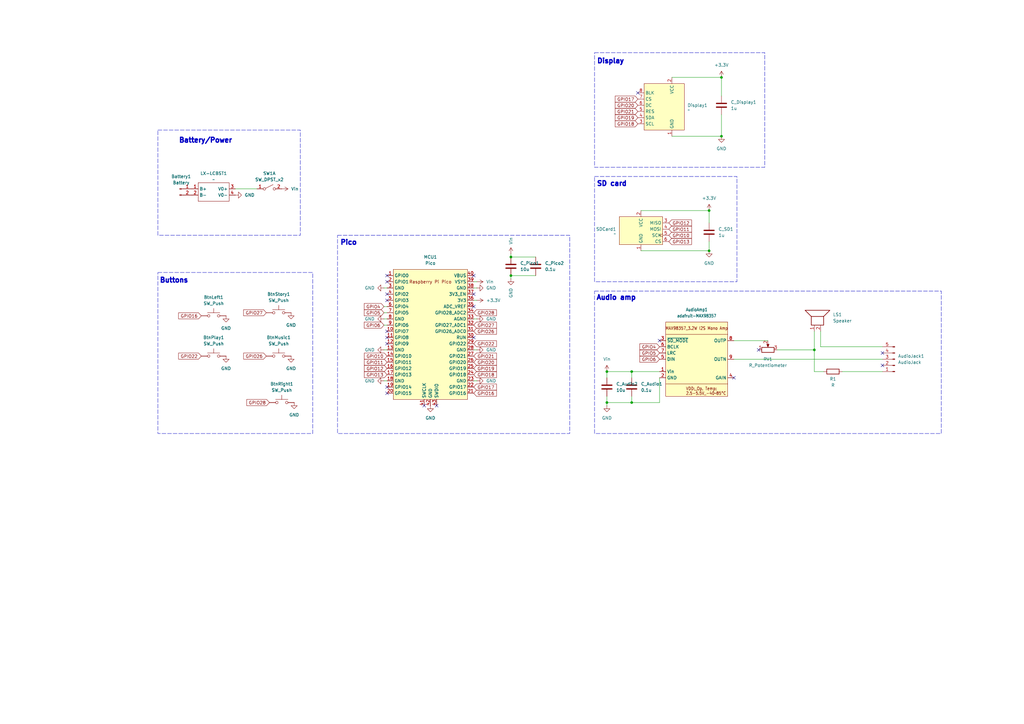
<source format=kicad_sch>
(kicad_sch (version 20231120) (generator "eeschema") (generator_version "8.0")
  (paper "A3")
  (lib_symbols
    (symbol "AZDelivery_SDCard:AZDelivery_SDCard"
      (property "Reference" "U" (at -7.112 -0.254 0))
      (symbol "AZDelivery_SDCard_1_1"
        (rectangle (start -8.89 -2.54) (end 8.89 -13.97) (fill (type background)))
        (pin power_in line (at 0 -16.51 90) (length 2.54) (name "GND") (number "1"))
        (pin power_in line (at 0 0 270) (length 2.54) (name "VCC") (number "2"))
        (pin bidirectional line (at 11.43 -5.08 180) (length 2.54) (name "MISO") (number "3"))
        (pin bidirectional line (at 11.43 -7.62 180) (length 2.54) (name "MOSI") (number "4"))
        (pin bidirectional clock (at 11.43 -10.16 180) (length 2.54) (name "SCK") (number "5"))
        (pin bidirectional line (at 11.43 -12.7 180) (length 2.54) (name "CS") (number "6"))
      )
    )
    (symbol "BatteryChargingModule_LX-LCBST:LX-LCBST"
      (property "Reference" "LX-LCBST" (at -0.508 5.842 0))
      (symbol "LX-LCBST_0_1"
        (rectangle (start -6.35 3.81) (end 6.35 -3.81))
      )
      (symbol "LX-LCBST_1_1"
        (pin power_in line (at -8.89 1.27 0) (length 2.54) (name "B+") (number "1"))
        (pin power_out line (at -8.89 -1.27 0) (length 2.54) (name "B-") (number "2"))
        (pin power_out line (at 8.89 1.27 180) (length 2.54) (name "V0+") (number "3"))
        (pin power_out line (at 8.89 -1.27 180) (length 2.54) (name "V0-") (number "4"))
      )
    )
    (symbol "Connector:Conn_01x02_Pin" (pin_names (offset 1.016) hide)
      (property "Reference" "J" (at 0 2.54 0))
      (property "Value" "Conn_01x02_Pin" (at 0 -5.08 0))
      (symbol "Conn_01x02_Pin_1_1"
        (polyline (pts (xy 1.27 -2.54) (xy 0.8636 -2.54)) (stroke (width 0.1524)))
        (polyline (pts (xy 1.27 0) (xy 0.8636 0)) (stroke (width 0.1524)))
        (rectangle (start 0.8636 -2.413) (end 0 -2.667) (stroke (width 0.1524)) (fill (type outline)))
        (rectangle (start 0.8636 0.127) (end 0 -0.127) (stroke (width 0.1524)) (fill (type outline)))
        (pin passive line (at 5.08 0 180) (length 3.81) (name "Pin_1") (number "1"))
        (pin passive line (at 5.08 -2.54 180) (length 3.81) (name "Pin_2") (number "2"))
      )
    )
    (symbol "Connector:Conn_01x05_Pin" (pin_names (offset 1.016) hide)
      (property "Reference" "J" (at 0 7.62 0))
      (property "Value" "Conn_01x05_Pin" (at 0 -7.62 0))
      (symbol "Conn_01x05_Pin_1_1"
        (polyline (pts (xy 1.27 -5.08) (xy 0.8636 -5.08)) (stroke (width 0.1524)))
        (polyline (pts (xy 1.27 -2.54) (xy 0.8636 -2.54)) (stroke (width 0.1524)))
        (polyline (pts (xy 1.27 0) (xy 0.8636 0)) (stroke (width 0.1524)))
        (polyline (pts (xy 1.27 2.54) (xy 0.8636 2.54)) (stroke (width 0.1524)))
        (polyline (pts (xy 1.27 5.08) (xy 0.8636 5.08)) (stroke (width 0.1524)))
        (rectangle (start 0.8636 -4.953) (end 0 -5.207) (stroke (width 0.1524)) (fill (type outline)))
        (rectangle (start 0.8636 -2.413) (end 0 -2.667) (stroke (width 0.1524)) (fill (type outline)))
        (rectangle (start 0.8636 0.127) (end 0 -0.127) (stroke (width 0.1524)) (fill (type outline)))
        (rectangle (start 0.8636 2.667) (end 0 2.413) (stroke (width 0.1524)) (fill (type outline)))
        (rectangle (start 0.8636 5.207) (end 0 4.953) (stroke (width 0.1524)) (fill (type outline)))
        (pin passive line (at 5.08 5.08 180) (length 3.81) (name "Pin_1") (number "1"))
        (pin passive line (at 5.08 2.54 180) (length 3.81) (name "Pin_2") (number "2"))
        (pin passive line (at 5.08 0 180) (length 3.81) (name "Pin_3") (number "3"))
        (pin passive line (at 5.08 -2.54 180) (length 3.81) (name "Pin_4") (number "4"))
        (pin passive line (at 5.08 -5.08 180) (length 3.81) (name "Pin_5") (number "5"))
      )
    )
    (symbol "Device:C" (pin_numbers hide) (pin_names (offset 0.254))
      (property "Reference" "C" (at 0.635 2.54 0))
      (property "Value" "C" (at 0.635 -2.54 0))
      (symbol "C_0_1"
        (polyline (pts (xy -2.032 -0.762) (xy 2.032 -0.762)) (stroke (width 0.508)))
        (polyline (pts (xy -2.032 0.762) (xy 2.032 0.762)) (stroke (width 0.508)))
      )
      (symbol "C_1_1"
        (pin passive line (at 0 3.81 270) (length 2.794) (name "~") (number "1"))
        (pin passive line (at 0 -3.81 90) (length 2.794) (name "~") (number "2"))
      )
    )
    (symbol "Device:R" (pin_numbers hide) (pin_names (offset 0))
      (property "Reference" "R" (at 2.032 0 90))
      (property "Value" "R" (at 0 0 90))
      (symbol "R_0_1"
        (rectangle (start -1.016 -2.54) (end 1.016 2.54) (stroke (width 0.254)))
      )
      (symbol "R_1_1"
        (pin passive line (at 0 3.81 270) (length 1.27) (name "~") (number "1"))
        (pin passive line (at 0 -3.81 90) (length 1.27) (name "~") (number "2"))
      )
    )
    (symbol "Device:R_Potentiometer" (pin_names (offset 1.016) hide)
      (property "Reference" "RV" (at -4.445 0 90))
      (property "Value" "R_Potentiometer" (at -2.54 0 90))
      (symbol "R_Potentiometer_0_1"
        (polyline (pts (xy 2.54 0) (xy 1.524 0)))
        (polyline (pts (xy 1.143 0) (xy 2.286 0.508) (xy 2.286 -0.508) (xy 1.143 0)) (fill (type outline)))
        (rectangle (start 1.016 2.54) (end -1.016 -2.54) (stroke (width 0.254)))
      )
      (symbol "R_Potentiometer_1_1"
        (pin passive line (at 0 3.81 270) (length 1.27) (name "1") (number "1"))
        (pin passive line (at 3.81 0 180) (length 1.27) (name "2") (number "2"))
        (pin passive line (at 0 -3.81 90) (length 1.27) (name "3") (number "3"))
      )
    )
    (symbol "Device:Speaker" (pin_names (offset 0) hide)
      (property "Reference" "LS" (at 1.27 5.715 0))
      (property "Value" "Speaker" (at 1.27 3.81 0))
      (symbol "Speaker_0_0"
        (rectangle (start -2.54 1.27) (end 1.016 -3.81) (stroke (width 0.254)))
        (polyline (pts (xy 1.016 1.27) (xy 3.556 3.81) (xy 3.556 -6.35) (xy 1.016 -3.81)) (stroke (width 0.254)))
      )
      (symbol "Speaker_1_1"
        (pin input line (at -5.08 0 0) (length 2.54) (name "1") (number "1"))
        (pin input line (at -5.08 -2.54 0) (length 2.54) (name "2") (number "2"))
      )
    )
    (symbol "Display_135x240IPS:Display_135x240IPS"
      (property "Reference" "U" (at -242.062 139.192 0))
      (symbol "Display_135x240IPS_1_1"
        (rectangle (start -245.11 137.16) (end -228.6 118.11) (fill (type background)))
        (pin power_in line (at -233.68 115.57 90) (length 2.54) (name "GND") (number "1"))
        (pin power_in line (at -233.68 139.7 270) (length 2.54) (name "VCC") (number "2"))
        (pin bidirectional line (at -247.65 120.65 0) (length 2.54) (name "SCL") (number "3"))
        (pin bidirectional line (at -247.65 123.19 0) (length 2.54) (name "SDA") (number "4"))
        (pin bidirectional line (at -247.65 125.73 0) (length 2.54) (name "RES") (number "5"))
        (pin bidirectional line (at -247.65 128.27 0) (length 2.54) (name "DC") (number "6"))
        (pin bidirectional line (at -247.65 130.81 0) (length 2.54) (name "CS") (number "7"))
        (pin bidirectional line (at -247.65 133.35 0) (length 2.54) (name "BLK") (number "8"))
      )
    )
    (symbol "MCU_RaspberryPi_and_Boards:Pico"
      (property "Reference" "U" (at -13.97 27.94 0))
      (property "Value" "Pico" (at 0 19.05 0))
      (symbol "Pico_0_0"
        (text "Raspberry Pi Pico" (at 0 21.59 0) (effects (font (size 1.27 1.27))))
      )
      (symbol "Pico_0_1"
        (rectangle (start -15.24 26.67) (end 15.24 -26.67) (fill (type background)))
      )
      (symbol "Pico_1_1"
        (pin bidirectional line (at -17.78 24.13 0) (length 2.54) (name "GPIO0") (number "1"))
        (pin bidirectional line (at -17.78 1.27 0) (length 2.54) (name "GPIO7") (number "10"))
        (pin bidirectional line (at -17.78 -1.27 0) (length 2.54) (name "GPIO8") (number "11"))
        (pin bidirectional line (at -17.78 -3.81 0) (length 2.54) (name "GPIO9") (number "12"))
        (pin power_in line (at -17.78 -6.35 0) (length 2.54) (name "GND") (number "13"))
        (pin bidirectional line (at -17.78 -8.89 0) (length 2.54) (name "GPIO10") (number "14"))
        (pin bidirectional line (at -17.78 -11.43 0) (length 2.54) (name "GPIO11") (number "15"))
        (pin bidirectional line (at -17.78 -13.97 0) (length 2.54) (name "GPIO12") (number "16"))
        (pin bidirectional line (at -17.78 -16.51 0) (length 2.54) (name "GPIO13") (number "17"))
        (pin power_in line (at -17.78 -19.05 0) (length 2.54) (name "GND") (number "18"))
        (pin bidirectional line (at -17.78 -21.59 0) (length 2.54) (name "GPIO14") (number "19"))
        (pin bidirectional line (at -17.78 21.59 0) (length 2.54) (name "GPIO1") (number "2"))
        (pin bidirectional line (at -17.78 -24.13 0) (length 2.54) (name "GPIO15") (number "20"))
        (pin bidirectional line (at 17.78 -24.13 180) (length 2.54) (name "GPIO16") (number "21"))
        (pin bidirectional line (at 17.78 -21.59 180) (length 2.54) (name "GPIO17") (number "22"))
        (pin power_in line (at 17.78 -19.05 180) (length 2.54) (name "GND") (number "23"))
        (pin bidirectional line (at 17.78 -16.51 180) (length 2.54) (name "GPIO18") (number "24"))
        (pin bidirectional line (at 17.78 -13.97 180) (length 2.54) (name "GPIO19") (number "25"))
        (pin bidirectional line (at 17.78 -11.43 180) (length 2.54) (name "GPIO20") (number "26"))
        (pin bidirectional line (at 17.78 -8.89 180) (length 2.54) (name "GPIO21") (number "27"))
        (pin power_in line (at 17.78 -6.35 180) (length 2.54) (name "GND") (number "28"))
        (pin bidirectional line (at 17.78 -3.81 180) (length 2.54) (name "GPIO22") (number "29"))
        (pin power_in line (at -17.78 19.05 0) (length 2.54) (name "GND") (number "3"))
        (pin input line (at 17.78 -1.27 180) (length 2.54) (name "RUN") (number "30"))
        (pin bidirectional line (at 17.78 1.27 180) (length 2.54) (name "GPIO26_ADC0") (number "31"))
        (pin bidirectional line (at 17.78 3.81 180) (length 2.54) (name "GPIO27_ADC1") (number "32"))
        (pin power_in line (at 17.78 6.35 180) (length 2.54) (name "AGND") (number "33"))
        (pin bidirectional line (at 17.78 8.89 180) (length 2.54) (name "GPIO28_ADC2") (number "34"))
        (pin power_in line (at 17.78 11.43 180) (length 2.54) (name "ADC_VREF") (number "35"))
        (pin power_out line (at 17.78 13.97 180) (length 2.54) (name "3V3") (number "36"))
        (pin input line (at 17.78 16.51 180) (length 2.54) (name "3V3_EN") (number "37"))
        (pin power_in line (at 17.78 19.05 180) (length 2.54) (name "GND") (number "38"))
        (pin power_in line (at 17.78 21.59 180) (length 2.54) (name "VSYS") (number "39"))
        (pin bidirectional line (at -17.78 16.51 0) (length 2.54) (name "GPIO2") (number "4"))
        (pin power_in line (at 17.78 24.13 180) (length 2.54) (name "VBUS") (number "40"))
        (pin input line (at -2.54 -29.21 90) (length 2.54) (name "SWCLK") (number "41"))
        (pin power_in line (at 0 -29.21 90) (length 2.54) (name "GND") (number "42"))
        (pin bidirectional line (at 2.54 -29.21 90) (length 2.54) (name "SWDIO") (number "43"))
        (pin bidirectional line (at -17.78 13.97 0) (length 2.54) (name "GPIO3") (number "5"))
        (pin bidirectional line (at -17.78 11.43 0) (length 2.54) (name "GPIO4") (number "6"))
        (pin bidirectional line (at -17.78 8.89 0) (length 2.54) (name "GPIO5") (number "7"))
        (pin power_in line (at -17.78 6.35 0) (length 2.54) (name "GND") (number "8"))
        (pin bidirectional line (at -17.78 3.81 0) (length 2.54) (name "GPIO6") (number "9"))
      )
    )
    (symbol "Switch:SW_DPST_x2" (pin_names (offset 0) hide)
      (property "Reference" "SW" (at 0 3.175 0))
      (property "Value" "SW_DPST_x2" (at 0 -2.54 0))
      (symbol "SW_DPST_x2_0_0"
        (circle (center -2.032 0) (radius 0.508))
        (polyline (pts (xy -1.524 0.254) (xy 1.524 1.778)))
        (circle (center 2.032 0) (radius 0.508))
      )
      (symbol "SW_DPST_x2_1_1"
        (pin passive line (at -5.08 0 0) (length 2.54) (name "A") (number "1"))
        (pin passive line (at 5.08 0 180) (length 2.54) (name "B") (number "2"))
      )
      (symbol "SW_DPST_x2_2_1"
        (pin passive line (at -5.08 0 0) (length 2.54) (name "A") (number "3"))
        (pin passive line (at 5.08 0 180) (length 2.54) (name "B") (number "4"))
      )
    )
    (symbol "Switch:SW_Push" (pin_numbers hide) (pin_names (offset 1.016) hide)
      (property "Reference" "SW" (at 1.27 2.54 0))
      (property "Value" "SW_Push" (at 0 -1.524 0))
      (symbol "SW_Push_0_1"
        (circle (center -2.032 0) (radius 0.508))
        (polyline (pts (xy 0 1.27) (xy 0 3.048)))
        (polyline (pts (xy 2.54 1.27) (xy -2.54 1.27)))
        (circle (center 2.032 0) (radius 0.508))
        (pin passive line (at -5.08 0 0) (length 2.54) (name "1") (number "1"))
        (pin passive line (at 5.08 0 180) (length 2.54) (name "2") (number "2"))
      )
    )
    (symbol "adafruit-MAX98357:adafruit-MAX98357"
      (property "Reference" "U" (at -12.7 15.875 0))
      (property "Value" "adafruit-MAX98357" (at -12.7 -17.78 0))
      (symbol "adafruit-MAX98357_0_1"
        (rectangle (start -12.7 15.24) (end 12.7 -15.24) (fill (type background)))
      )
      (symbol "adafruit-MAX98357_1_0"
        (polyline (pts (xy -12.7 10.16) (xy 12.7 10.16)))
        (polyline (pts (xy 12.7 -10.16) (xy -12.7 -10.16)))
        (text "2.5-5.5V_-40~85°C" (at -4.445 -13.97 0) (effects (font (size 1.27 1.0795)) (justify left)))
        (text "MAX98357_3.2W I2S Mono Amp" (at 0 12.7 0) (effects (font (size 1.27 1.0795))))
        (text "VDD:_Op. Temp:" (at -4.445 -12.065 0) (effects (font (size 1.27 1.0795)) (justify left)))
        (pin power_in line (at -15.24 -5.08 0) (length 2.54) (name "Vin") (number "1"))
        (pin power_in line (at -15.24 -7.62 0) (length 2.54) (name "GND") (number "2"))
        (pin bidirectional line (at -15.24 7.62 0) (length 2.54) (name "~{SD_MODE}") (number "3"))
        (pin bidirectional line (at 15.24 -7.62 180) (length 2.54) (name "GAIN") (number "4"))
        (pin bidirectional line (at -15.24 0 0) (length 2.54) (name "DIN") (number "5"))
        (pin bidirectional line (at -15.24 5.08 0) (length 2.54) (name "BCLK") (number "6"))
        (pin bidirectional line (at -15.24 2.54 0) (length 2.54) (name "LRC") (number "7"))
        (pin output line (at 15.24 7.62 180) (length 2.54) (name "OUTP") (number "8"))
        (pin output line (at 15.24 0 180) (length 2.54) (name "OUTN") (number "9"))
      )
    )
    (symbol "power:+3.3V" (power) (pin_numbers hide) (pin_names (offset 0) hide)
      (property "Value" "+3.3V" (at 0 3.556 0))
      (symbol "+3.3V_0_1"
        (polyline (pts (xy -0.762 1.27) (xy 0 2.54)))
        (polyline (pts (xy 0 0) (xy 0 2.54)))
        (polyline (pts (xy 0 2.54) (xy 0.762 1.27)))
      )
      (symbol "+3.3V_1_1"
        (pin power_in line (at 0 0 90) (length 0) (name "~") (number "1"))
      )
    )
    (symbol "power:+5V" (power) (pin_numbers hide) (pin_names (offset 0) hide)
      (property "Value" "+5V" (at 0 3.556 0))
      (symbol "+5V_0_1"
        (polyline (pts (xy -0.762 1.27) (xy 0 2.54)))
        (polyline (pts (xy 0 0) (xy 0 2.54)))
        (polyline (pts (xy 0 2.54) (xy 0.762 1.27)))
      )
      (symbol "+5V_1_1"
        (pin power_in line (at 0 0 90) (length 0) (name "~") (number "1"))
      )
    )
    (symbol "power:GND" (power) (pin_numbers hide) (pin_names (offset 0) hide)
      (property "Value" "GND" (at 0 -3.81 0))
      (symbol "GND_0_1"
        (polyline (pts (xy 0 0) (xy 0 -1.27) (xy 1.27 -1.27) (xy 0 -2.54) (xy -1.27 -1.27) (xy 0 -1.27)))
      )
      (symbol "GND_1_1"
        (pin power_in line (at 0 0 270) (length 0) (name "~") (number "1"))
      )
    )
  )
  (junction (at 334.01 143.51))
  (junction (at 290.83 102.87))
  (junction (at 295.91 55.88))
  (junction (at 259.08 152.4))
  (junction (at 209.55 113.03))
  (junction (at 248.92 152.4))
  (junction (at 295.91 31.75))
  (junction (at 259.08 165.1))
  (junction (at 209.55 105.41))
  (junction (at 290.83 86.36))
  (junction (at 248.92 165.1))
  (no_connect (at 194.31 120.65))
  (no_connect (at 194.31 138.43))
  (no_connect (at 300.99 154.94))
  (no_connect (at 158.75 120.65))
  (no_connect (at 173.99 166.37))
  (no_connect (at 179.07 166.37))
  (no_connect (at 311.15 143.51))
  (no_connect (at 158.75 123.19))
  (no_connect (at 158.75 161.29))
  (no_connect (at 158.75 115.57))
  (no_connect (at 158.75 140.97))
  (no_connect (at 158.75 113.03))
  (no_connect (at 261.62 38.1))
  (no_connect (at 361.95 144.78))
  (no_connect (at 158.75 158.75))
  (no_connect (at 158.75 135.89))
  (no_connect (at 270.51 139.7))
  (no_connect (at 194.31 113.03))
  (no_connect (at 158.75 138.43))
  (no_connect (at 194.31 125.73))
  (no_connect (at 361.95 149.86))
  (wire (pts (xy 300.99 139.7) (xy 314.96 139.7)))
  (wire (pts (xy 318.77 143.51) (xy 334.01 143.51)))
  (wire (pts (xy 157.48 125.73) (xy 158.75 125.73)))
  (wire (pts (xy 336.55 142.24) (xy 361.95 142.24)))
  (wire (pts (xy 195.58 115.57) (xy 194.31 115.57)))
  (wire (pts (xy 157.48 128.27) (xy 158.75 128.27)))
  (wire (pts (xy 334.01 152.4) (xy 337.82 152.4)))
  (wire (pts (xy 262.89 86.36) (xy 290.83 86.36)))
  (wire (pts (xy 209.55 104.14) (xy 209.55 105.41)))
  (wire (pts (xy 259.08 162.56) (xy 259.08 165.1)))
  (wire (pts (xy 157.48 156.21) (xy 158.75 156.21)))
  (wire (pts (xy 248.92 152.4) (xy 248.92 154.94)))
  (wire (pts (xy 259.08 152.4) (xy 270.51 152.4)))
  (wire (pts (xy 295.91 39.37) (xy 295.91 31.75)))
  (wire (pts (xy 295.91 55.88) (xy 275.59 55.88)))
  (wire (pts (xy 195.58 118.11) (xy 194.31 118.11)))
  (wire (pts (xy 195.58 123.19) (xy 194.31 123.19)))
  (wire (pts (xy 248.92 152.4) (xy 259.08 152.4)))
  (wire (pts (xy 209.55 113.03) (xy 209.55 114.3)))
  (wire (pts (xy 275.59 31.75) (xy 295.91 31.75)))
  (wire (pts (xy 248.92 165.1) (xy 248.92 166.37)))
  (wire (pts (xy 157.48 130.81) (xy 158.75 130.81)))
  (wire (pts (xy 345.44 152.4) (xy 361.95 152.4)))
  (wire (pts (xy 209.55 113.03) (xy 219.71 113.03)))
  (wire (pts (xy 209.55 105.41) (xy 219.71 105.41)))
  (wire (pts (xy 295.91 46.99) (xy 295.91 55.88)))
  (wire (pts (xy 157.48 118.11) (xy 158.75 118.11)))
  (wire (pts (xy 270.51 165.1) (xy 270.51 154.94)))
  (wire (pts (xy 157.48 143.51) (xy 158.75 143.51)))
  (wire (pts (xy 290.83 86.36) (xy 290.83 91.44)))
  (wire (pts (xy 194.31 130.81) (xy 195.58 130.81)))
  (wire (pts (xy 290.83 99.06) (xy 290.83 102.87)))
  (wire (pts (xy 334.01 135.89) (xy 334.01 143.51)))
  (wire (pts (xy 195.58 143.51) (xy 194.31 143.51)))
  (wire (pts (xy 105.41 77.47) (xy 96.52 77.47)))
  (wire (pts (xy 300.99 147.32) (xy 361.95 147.32)))
  (wire (pts (xy 259.08 165.1) (xy 270.51 165.1)))
  (wire (pts (xy 195.58 156.21) (xy 194.31 156.21)))
  (wire (pts (xy 336.55 135.89) (xy 336.55 142.24)))
  (wire (pts (xy 248.92 165.1) (xy 259.08 165.1)))
  (wire (pts (xy 259.08 152.4) (xy 259.08 154.94)))
  (wire (pts (xy 290.83 102.87) (xy 262.89 102.87)))
  (wire (pts (xy 157.48 133.35) (xy 158.75 133.35)))
  (wire (pts (xy 334.01 143.51) (xy 334.01 152.4)))
  (wire (pts (xy 248.92 162.56) (xy 248.92 165.1)))
  (rectangle (start 243.84 119.38) (end 386.08 177.8) (stroke (width 0) (type dash)))
  (rectangle (start 243.84 72.39) (end 302.26 115.57) (stroke (width 0) (type dash)))
  (rectangle (start 64.77 53.34) (end 123.19 96.52) (stroke (width 0) (type dash)))
  (rectangle (start 64.77 111.76) (end 128.27 177.8) (stroke (width 0) (type dash)))
  (rectangle (start 243.84 21.59) (end 313.69 68.58) (stroke (width 0) (type dash)))
  (rectangle (start 138.43 96.52) (end 233.68 177.8) (stroke (width 0) (type dash)))
  (text "Buttons" (at 71.374 115.062 0) (effects (font (size 2 2) (thickness 0.6) (bold yes))))
  (text "Pico" (at 143.002 99.568 0) (effects (font (size 2 2) (thickness 0.6) (bold yes))))
  (text "Battery/Power" (at 84.328 57.658 0) (effects (font (size 2 2) (thickness 0.6) (bold yes))))
  (text "Display" (at 250.444 25.146 0) (effects (font (size 2 2) (thickness 0.6) (bold yes))))
  (text "Audio amp" (at 252.73 122.174 0) (effects (font (size 2 2) (thickness 0.6) (bold yes))))
  (text "SD card" (at 250.952 75.438 0) (effects (font (size 2 2) (thickness 0.6) (bold yes))))
  (global_label "GPIO28" (shape input) (at 110.49 165.1 180) (property "Intersheetrefs" "${INTERSHEET_REFS}" (effects (hide yes))))
  (global_label "GPIO12" (shape input) (at 274.32 91.44 0) (property "Intersheetrefs" "${INTERSHEET_REFS}" (effects (hide yes))))
  (global_label "GPIO27" (shape input) (at 109.22 128.27 180) (property "Intersheetrefs" "${INTERSHEET_REFS}" (effects (hide yes))))
  (global_label "GPIO16" (shape input) (at 82.55 129.54 180) (property "Intersheetrefs" "${INTERSHEET_REFS}" (effects (hide yes))))
  (global_label "GPIO13" (shape input) (at 274.32 99.06 0) (property "Intersheetrefs" "${INTERSHEET_REFS}" (effects (hide yes))))
  (global_label "GPIO19" (shape input) (at 261.62 48.26 180) (property "Intersheetrefs" "${INTERSHEET_REFS}" (effects (hide yes))))
  (global_label "GPIO21" (shape input) (at 194.31 146.05 0) (property "Intersheetrefs" "${INTERSHEET_REFS}" (effects (hide yes))))
  (global_label "GPIO20" (shape input) (at 194.31 148.59 0) (property "Intersheetrefs" "${INTERSHEET_REFS}" (effects (hide yes))))
  (global_label "GPIO13" (shape input) (at 158.75 153.67 180) (property "Intersheetrefs" "${INTERSHEET_REFS}" (effects (hide yes))))
  (global_label "GPIO6" (shape input) (at 270.51 147.32 180) (property "Intersheetrefs" "${INTERSHEET_REFS}" (effects (hide yes))))
  (global_label "GPIO5" (shape input) (at 270.51 144.78 180) (property "Intersheetrefs" "${INTERSHEET_REFS}" (effects (hide yes))))
  (global_label "GPIO17" (shape input) (at 194.31 158.75 0) (property "Intersheetrefs" "${INTERSHEET_REFS}" (effects (hide yes))))
  (global_label "GPIO6" (shape input) (at 157.48 133.35 180) (property "Intersheetrefs" "${INTERSHEET_REFS}" (effects (hide yes))))
  (global_label "GPIO26" (shape input) (at 109.22 146.05 180) (property "Intersheetrefs" "${INTERSHEET_REFS}" (effects (hide yes))))
  (global_label "GPIO18" (shape input) (at 194.31 153.67 0) (property "Intersheetrefs" "${INTERSHEET_REFS}" (effects (hide yes))))
  (global_label "GPIO10" (shape input) (at 274.32 96.52 0) (property "Intersheetrefs" "${INTERSHEET_REFS}" (effects (hide yes))))
  (global_label "GPIO4" (shape input) (at 157.48 125.73 180) (property "Intersheetrefs" "${INTERSHEET_REFS}" (effects (hide yes))))
  (global_label "GPIO17" (shape input) (at 261.62 40.64 180) (property "Intersheetrefs" "${INTERSHEET_REFS}" (effects (hide yes))))
  (global_label "GPIO11" (shape input) (at 158.75 148.59 180) (property "Intersheetrefs" "${INTERSHEET_REFS}" (effects (hide yes))))
  (global_label "GPIO19" (shape input) (at 194.31 151.13 0) (property "Intersheetrefs" "${INTERSHEET_REFS}" (effects (hide yes))))
  (global_label "GPIO11" (shape input) (at 274.32 93.98 0) (property "Intersheetrefs" "${INTERSHEET_REFS}" (effects (hide yes))))
  (global_label "GPIO16" (shape input) (at 194.31 161.29 0) (property "Intersheetrefs" "${INTERSHEET_REFS}" (effects (hide yes))))
  (global_label "GPIO18" (shape input) (at 261.62 50.8 180) (property "Intersheetrefs" "${INTERSHEET_REFS}" (effects (hide yes))))
  (global_label "GPIO22" (shape input) (at 194.31 140.97 0) (property "Intersheetrefs" "${INTERSHEET_REFS}" (effects (hide yes))))
  (global_label "GPIO5" (shape input) (at 157.48 128.27 180) (property "Intersheetrefs" "${INTERSHEET_REFS}" (effects (hide yes))))
  (global_label "GPIO26" (shape input) (at 194.31 135.89 0) (property "Intersheetrefs" "${INTERSHEET_REFS}" (effects (hide yes))))
  (global_label "GPIO20" (shape input) (at 261.62 43.18 180) (property "Intersheetrefs" "${INTERSHEET_REFS}" (effects (hide yes))))
  (global_label "GPIO27" (shape input) (at 194.31 133.35 0) (property "Intersheetrefs" "${INTERSHEET_REFS}" (effects (hide yes))))
  (global_label "GPIO21" (shape input) (at 261.62 45.72 180) (property "Intersheetrefs" "${INTERSHEET_REFS}" (effects (hide yes))))
  (global_label "GPIO28" (shape input) (at 194.31 128.27 0) (property "Intersheetrefs" "${INTERSHEET_REFS}" (effects (hide yes))))
  (global_label "GPIO12" (shape input) (at 158.75 151.13 180) (property "Intersheetrefs" "${INTERSHEET_REFS}" (effects (hide yes))))
  (global_label "GPIO10" (shape input) (at 158.75 146.05 180) (property "Intersheetrefs" "${INTERSHEET_REFS}" (effects (hide yes))))
  (global_label "GPIO4" (shape input) (at 270.51 142.24 180) (property "Intersheetrefs" "${INTERSHEET_REFS}" (effects (hide yes))))
  (global_label "GPIO22" (shape input) (at 82.55 146.05 180) (property "Intersheetrefs" "${INTERSHEET_REFS}" (effects (hide yes))))
  (symbol (lib_id "power:+3.3V") (at 290.83 86.36 0) (unit 1)
    (property "Reference" "#PWR021" (effects (hide yes)))
    (property "Value" "+3.3V" (at 290.83 81.28 0))
    (property "Description" "Power symbol creates a global label with name \"+3.3V\"" (effects (hide yes)))
  )
  (symbol (lib_id "Device:Speaker") (at 334.01 130.81 90) (unit 1)
    (property "Reference" "LS1" (at 341.63 129.0319 90) (effects (justify right)))
    (property "Value" "Speaker" (at 341.63 131.5719 90) (effects (justify right)))
    (property "Footprint" "Connector_PinHeader_2.54mm:PinHeader_1x02_P2.54mm_Vertical" (effects (hide yes)))
    (property "Description" "Speaker" (effects (hide yes)))
  )
  (symbol (lib_id "power:GND") (at 176.53 166.37 0) (unit 1)
    (property "Reference" "#PWR015" (effects (hide yes)))
    (property "Value" "GND" (at 176.53 171.45 0))
    (property "Description" "Power symbol creates a global label with name \"GND\" , ground" (effects (hide yes)))
  )
  (symbol (lib_id "power:GND") (at 157.48 130.81 270) (unit 1)
    (property "Reference" "#PWR012" (effects (hide yes)))
    (property "Value" "GND" (at 153.67 130.8099 90) (effects (justify right)))
    (property "Description" "Power symbol creates a global label with name \"GND\" , ground" (effects (hide yes)))
  )
  (symbol (lib_id "Device:C") (at 295.91 43.18 0) (unit 1)
    (property "Reference" "C_Display1" (at 299.72 41.9099 0) (effects (justify left)))
    (property "Value" "1u" (at 299.72 44.4499 0) (effects (justify left)))
    (property "Footprint" "Capacitor_THT:C_Disc_D3.8mm_W2.6mm_P2.50mm" (effects (hide yes)))
    (property "Description" "Unpolarized capacitor" (effects (hide yes)))
  )
  (symbol (lib_id "Switch:SW_Push") (at 87.63 129.54 0) (unit 1)
    (property "Reference" "BtnLeft1" (at 87.63 121.92 0))
    (property "Value" "SW_Push" (at 87.63 124.46 0))
    (property "Footprint" "Button_Switch_THT:SW_PUSH_6mm_H5mm" (effects (hide yes)))
    (property "Description" "Push button switch, generic, two pins" (effects (hide yes)))
  )
  (symbol (lib_id "Device:C") (at 290.83 95.25 0) (unit 1)
    (property "Reference" "C_SD1" (at 294.64 93.9799 0) (effects (justify left)))
    (property "Value" "1u" (at 294.64 96.5199 0) (effects (justify left)))
    (property "Footprint" "Capacitor_THT:C_Disc_D3.8mm_W2.6mm_P2.50mm" (effects (hide yes)))
    (property "Description" "Unpolarized capacitor" (effects (hide yes)))
  )
  (symbol (lib_id "Display_135x240IPS:Display_135x240IPS") (at 509.27 171.45 0) (unit 1)
    (property "Reference" "Display1" (at 281.94 43.1799 0) (effects (justify left)))
    (property "Value" "~" (at 281.94 45.085 0) (effects (justify left)))
    (property "Footprint" "Display_135x240IPS:Display_135x240IPS" (effects (hide yes)))
  )
  (symbol (lib_id "Switch:SW_Push") (at 114.3 128.27 0) (unit 1)
    (property "Reference" "BtnStory1" (at 114.3 120.65 0))
    (property "Value" "SW_Push" (at 114.3 123.19 0))
    (property "Footprint" "Button_Switch_THT:SW_PUSH_6mm_H5mm" (effects (hide yes)))
    (property "Description" "Push button switch, generic, two pins" (effects (hide yes)))
  )
  (symbol (lib_id "Switch:SW_Push") (at 115.57 165.1 0) (unit 1)
    (property "Reference" "BtnRight1" (at 115.57 157.48 0))
    (property "Value" "SW_Push" (at 115.57 160.02 0))
    (property "Footprint" "Button_Switch_THT:SW_PUSH_6mm_H5mm" (effects (hide yes)))
    (property "Description" "Push button switch, generic, two pins" (effects (hide yes)))
  )
  (symbol (lib_id "power:+3.3V") (at 195.58 123.19 270) (unit 1)
    (property "Reference" "#PWR09" (effects (hide yes)))
    (property "Value" "+3.3V" (at 199.39 123.1899 90) (effects (justify left)))
    (property "Description" "Power symbol creates a global label with name \"+3.3V\"" (effects (hide yes)))
  )
  (symbol (lib_id "Device:R") (at 341.63 152.4 90) (unit 1)
    (property "Reference" "R1" (at 341.63 155.448 90))
    (property "Value" "R" (at 341.63 157.988 90))
    (property "Footprint" "Resistor_THT:R_Axial_DIN0207_L6.3mm_D2.5mm_P10.16mm_Horizontal" (effects (hide yes)))
    (property "Description" "Resistor" (effects (hide yes)))
  )
  (symbol (lib_id "power:GND") (at 290.83 102.87 0) (unit 1)
    (property "Reference" "#PWR02" (effects (hide yes)))
    (property "Value" "GND" (at 290.83 107.95 0))
    (property "Description" "Power symbol creates a global label with name \"GND\" , ground" (effects (hide yes)))
  )
  (symbol (lib_id "power:GND") (at 195.58 130.81 90) (unit 1)
    (property "Reference" "#PWR020" (effects (hide yes)))
    (property "Value" "GND" (at 199.39 130.8099 90) (effects (justify right)))
    (property "Description" "Power symbol creates a global label with name \"GND\" , ground" (effects (hide yes)))
  )
  (symbol (lib_id "Device:C") (at 259.08 158.75 0) (unit 1)
    (property "Reference" "C_Audio1" (at 262.89 157.4799 0) (effects (justify left)))
    (property "Value" "0.1u" (at 262.89 160.0199 0) (effects (justify left)))
    (property "Footprint" "Capacitor_THT:C_Disc_D3.8mm_W2.6mm_P2.50mm" (effects (hide yes)))
    (property "Description" "Unpolarized capacitor" (effects (hide yes)))
  )
  (symbol (lib_id "AZDelivery_SDCard:AZDelivery_SDCard") (at 262.89 86.36 0) (unit 1)
    (property "Reference" "SDCard1" (at 252.73 93.9799 0) (effects (justify right)))
    (property "Value" "~" (at 252.73 95.885 0) (effects (justify right)))
    (property "Footprint" "AZDelivery_SDCard:AZDelivery_SDCard" (effects (hide yes)))
  )
  (symbol (lib_id "Switch:SW_Push") (at 87.63 146.05 0) (unit 1)
    (property "Reference" "BtnPlay1" (at 87.63 138.43 0))
    (property "Value" "SW_Push" (at 87.63 140.97 0))
    (property "Footprint" "Button_Switch_THT:SW_PUSH_6mm_H5mm" (effects (hide yes)))
    (property "Description" "Push button switch, generic, two pins" (effects (hide yes)))
  )
  (symbol (lib_id "power:GND") (at 92.71 146.05 0) (unit 1)
    (property "Reference" "#PWR06" (effects (hide yes)))
    (property "Value" "GND" (at 92.71 151.13 0))
    (property "Description" "Power symbol creates a global label with name \"GND\" , ground" (effects (hide yes)))
  )
  (symbol (lib_id "power:GND") (at 195.58 156.21 90) (unit 1)
    (property "Reference" "#PWR016" (effects (hide yes)))
    (property "Value" "GND" (at 199.39 156.2099 90) (effects (justify right)))
    (property "Description" "Power symbol creates a global label with name \"GND\" , ground" (effects (hide yes)))
  )
  (symbol (lib_id "Switch:SW_Push") (at 114.3 146.05 0) (unit 1)
    (property "Reference" "BtnMusic1" (at 114.3 138.43 0))
    (property "Value" "SW_Push" (at 114.3 140.97 0))
    (property "Footprint" "Button_Switch_THT:SW_PUSH_6mm_H5mm" (effects (hide yes)))
    (property "Description" "Push button switch, generic, two pins" (effects (hide yes)))
  )
  (symbol (lib_id "power:GND") (at 120.65 165.1 0) (unit 1)
    (property "Reference" "#PWR05" (effects (hide yes)))
    (property "Value" "GND" (at 120.65 170.18 0))
    (property "Description" "Power symbol creates a global label with name \"GND\" , ground" (effects (hide yes)))
  )
  (symbol (lib_id "power:GND") (at 248.92 166.37 0) (unit 1)
    (property "Reference" "#PWR01" (effects (hide yes)))
    (property "Value" "GND" (at 248.92 171.45 0))
    (property "Description" "Power symbol creates a global label with name \"GND\" , ground" (effects (hide yes)))
  )
  (symbol (lib_id "Device:C") (at 248.92 158.75 0) (unit 1)
    (property "Reference" "C_Audio2" (at 252.73 157.4799 0) (effects (justify left)))
    (property "Value" "10u" (at 252.73 160.0199 0) (effects (justify left)))
    (property "Footprint" "Capacitor_THT:C_Disc_D3.8mm_W2.6mm_P2.50mm" (effects (hide yes)))
    (property "Description" "Unpolarized capacitor" (effects (hide yes)))
  )
  (symbol (lib_id "power:GND") (at 92.71 129.54 0) (unit 1)
    (property "Reference" "#PWR04" (effects (hide yes)))
    (property "Value" "GND" (at 92.71 134.62 0))
    (property "Description" "Power symbol creates a global label with name \"GND\" , ground" (effects (hide yes)))
  )
  (symbol (lib_id "BatteryChargingModule_LX-LCBST:LX-LCBST") (at 87.63 78.74 0) (unit 1)
    (property "Reference" "LX-LCBST1" (at 87.63 71.12 0))
    (property "Value" "~" (at 87.63 73.66 0))
    (property "Footprint" "BatteryChargingModule_LX-LCBST:BatteryCharginModule_LX-LCBST" (effects (hide yes)))
  )
  (symbol (lib_id "power:+5V") (at 195.58 115.57 270) (unit 1)
    (property "Reference" "#PWR010" (effects (hide yes)))
    (property "Value" "Vin" (at 199.39 115.5699 90) (effects (justify left)))
    (property "Description" "Power symbol creates a global label with name \"+5V\"" (effects (hide yes)))
  )
  (symbol (lib_id "power:GND") (at 96.52 80.01 90) (unit 1)
    (property "Reference" "#PWR022" (effects (hide yes)))
    (property "Value" "GND" (at 100.33 80.0099 90) (effects (justify right)))
    (property "Description" "Power symbol creates a global label with name \"GND\" , ground" (effects (hide yes)))
  )
  (symbol (lib_id "power:+5V") (at 209.55 104.14 0) (unit 1)
    (property "Reference" "#PWR025" (effects (hide yes)))
    (property "Value" "Vin" (at 209.5499 100.33 90) (effects (justify left)))
    (property "Description" "Power symbol creates a global label with name \"+5V\"" (effects (hide yes)))
  )
  (symbol (lib_id "power:GND") (at 195.58 143.51 90) (unit 1)
    (property "Reference" "#PWR017" (effects (hide yes)))
    (property "Value" "GND" (at 199.39 143.5099 90) (effects (justify right)))
    (property "Description" "Power symbol creates a global label with name \"GND\" , ground" (effects (hide yes)))
  )
  (symbol (lib_id "Switch:SW_DPST_x2") (at 110.49 77.47 0) (unit 1)
    (property "Reference" "SW1" (at 110.49 71.12 0))
    (property "Value" "SW_DPST_x2" (at 110.49 73.66 0))
    (property "Footprint" "Connector_PinHeader_2.54mm:PinHeader_1x02_P2.54mm_Vertical" (effects (hide yes)))
    (property "Description" "Single Pole Single Throw (SPST) switch, separate symbol" (effects (hide yes)))
  )
  (symbol (lib_id "power:GND") (at 209.55 114.3 0) (unit 1)
    (property "Reference" "#PWR026" (effects (hide yes)))
    (property "Value" "GND" (at 209.5501 118.11 90) (effects (justify right)))
    (property "Description" "Power symbol creates a global label with name \"GND\" , ground" (effects (hide yes)))
  )
  (symbol (lib_id "power:GND") (at 157.48 156.21 270) (unit 1)
    (property "Reference" "#PWR014" (effects (hide yes)))
    (property "Value" "GND" (at 153.67 156.2099 90) (effects (justify right)))
    (property "Description" "Power symbol creates a global label with name \"GND\" , ground" (effects (hide yes)))
  )
  (symbol (lib_id "power:GND") (at 195.58 118.11 90) (unit 1)
    (property "Reference" "#PWR018" (effects (hide yes)))
    (property "Value" "GND" (at 199.39 118.1099 90) (effects (justify right)))
    (property "Description" "Power symbol creates a global label with name \"GND\" , ground" (effects (hide yes)))
  )
  (symbol (lib_id "power:+5V") (at 248.92 152.4 0) (unit 1)
    (property "Reference" "#PWR024" (effects (hide yes)))
    (property "Value" "Vin" (at 248.92 147.32 0))
    (property "Description" "Power symbol creates a global label with name \"+5V\"" (effects (hide yes)))
  )
  (symbol (lib_id "Connector:Conn_01x02_Pin") (at 73.66 77.47 0) (unit 1)
    (property "Reference" "Battery1" (at 74.295 72.39 0))
    (property "Value" "Battery" (at 74.295 74.93 0))
    (property "Footprint" "Connector_PinHeader_2.54mm:PinHeader_1x02_P2.54mm_Vertical" (effects (hide yes)))
    (property "Description" "Generic connector, single row, 01x02, script generated" (effects (hide yes)))
  )
  (symbol (lib_id "power:GND") (at 295.91 55.88 0) (unit 1)
    (property "Reference" "#PWR03" (effects (hide yes)))
    (property "Value" "GND" (at 295.91 60.96 0))
    (property "Description" "Power symbol creates a global label with name \"GND\" , ground" (effects (hide yes)))
  )
  (symbol (lib_id "power:GND") (at 119.38 146.05 0) (unit 1)
    (property "Reference" "#PWR07" (effects (hide yes)))
    (property "Value" "GND" (at 119.38 151.13 0))
    (property "Description" "Power symbol creates a global label with name \"GND\" , ground" (effects (hide yes)))
  )
  (symbol (lib_id "power:+5V") (at 115.57 77.47 270) (unit 1)
    (property "Reference" "#PWR023" (effects (hide yes)))
    (property "Value" "Vin" (at 119.38 77.4699 90) (effects (justify left)))
    (property "Description" "Power symbol creates a global label with name \"+5V\"" (effects (hide yes)))
  )
  (symbol (lib_id "Device:R_Potentiometer") (at 314.96 143.51 90) (unit 1)
    (property "Reference" "RV1" (at 314.96 147.32 90))
    (property "Value" "R_Potentiometer" (at 314.96 149.86 90))
    (property "Footprint" "Potentiometer_THT:Potentiometer_Alps_RK163_Single_Horizontal" (effects (hide yes)))
    (property "Description" "Potentiometer" (effects (hide yes)))
  )
  (symbol (lib_id "MCU_RaspberryPi_and_Boards:Pico") (at 176.53 137.16 0) (unit 1)
    (property "Reference" "MCU1" (at 176.53 105.41 0))
    (property "Value" "Pico" (at 176.53 107.95 0))
    (property "Footprint" "RPi_Pico:RPi_Pico_SMD_TH" (effects (hide yes)))
  )
  (symbol (lib_id "Device:C") (at 209.55 109.22 0) (unit 1)
    (property "Reference" "C_Pico1" (at 213.36 107.9499 0) (effects (justify left)))
    (property "Value" "10u" (at 213.36 110.4899 0) (effects (justify left)))
    (property "Footprint" "Capacitor_THT:C_Disc_D3.8mm_W2.6mm_P2.50mm" (effects (hide yes)))
    (property "Description" "Unpolarized capacitor" (effects (hide yes)))
  )
  (symbol (lib_id "adafruit-MAX98357:adafruit-MAX98357") (at 285.75 147.32 0) (unit 1)
    (property "Reference" "AudioAmp1" (at 285.75 127 0) (effects (font (size 1.27 1.0795))))
    (property "Value" "adafruit-MAX98357" (at 285.75 129.54 0) (effects (font (size 1.27 1.0795))))
    (property "Footprint" "adafruit-MAX98357:adafruit-MAX98357" (effects (hide yes)))
  )
  (symbol (lib_id "Connector:Conn_01x05_Pin") (at 367.03 147.32 180) (unit 1)
    (property "Reference" "AudioJack1" (at 368.3 146.0499 0) (effects (justify right)))
    (property "Value" "AudioJack" (at 368.3 148.5899 0) (effects (justify right)))
    (property "Footprint" "Connector_PinHeader_2.54mm:PinHeader_1x05_P2.54mm_Vertical" (effects (hide yes)))
    (property "Description" "Generic connector, single row, 01x05, script generated" (effects (hide yes)))
  )
  (symbol (lib_id "power:GND") (at 157.48 118.11 270) (unit 1)
    (property "Reference" "#PWR011" (effects (hide yes)))
    (property "Value" "GND" (at 153.67 118.1099 90) (effects (justify right)))
    (property "Description" "Power symbol creates a global label with name \"GND\" , ground" (effects (hide yes)))
  )
  (symbol (lib_id "power:GND") (at 157.48 143.51 270) (unit 1)
    (property "Reference" "#PWR013" (effects (hide yes)))
    (property "Value" "GND" (at 153.67 143.5099 90) (effects (justify right)))
    (property "Description" "Power symbol creates a global label with name \"GND\" , ground" (effects (hide yes)))
  )
  (symbol (lib_id "power:GND") (at 119.38 128.27 0) (unit 1)
    (property "Reference" "#PWR08" (effects (hide yes)))
    (property "Value" "GND" (at 119.38 133.35 0))
    (property "Description" "Power symbol creates a global label with name \"GND\" , ground" (effects (hide yes)))
  )
  (symbol (lib_id "power:+3.3V") (at 295.91 31.75 0) (unit 1)
    (property "Reference" "#PWR019" (effects (hide yes)))
    (property "Value" "+3.3V" (at 295.91 26.67 0))
    (property "Description" "Power symbol creates a global label with name \"+3.3V\"" (effects (hide yes)))
  )
  (symbol (lib_id "Device:C") (at 219.71 109.22 0) (unit 1)
    (property "Reference" "C_Pico2" (at 223.52 107.9499 0) (effects (justify left)))
    (property "Value" "0.1u" (at 223.52 110.4899 0) (effects (justify left)))
    (property "Footprint" "Capacitor_THT:C_Disc_D3.8mm_W2.6mm_P2.50mm" (effects (hide yes)))
    (property "Description" "Unpolarized capacitor" (effects (hide yes)))
  )
)
</source>
